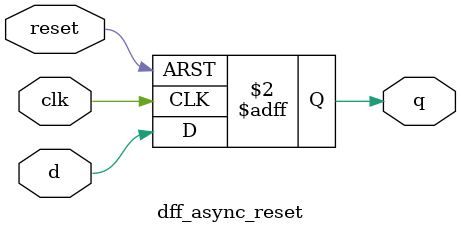
<source format=v>
module dff_async_reset (
	input clk,
	input reset,   
	input d,
	output reg q
);

	always @(posedge clk or posedge reset) begin
	       if (reset)
	           q <= 1'b0;
	       else
	           q <= d;
		end
endmodule


</source>
